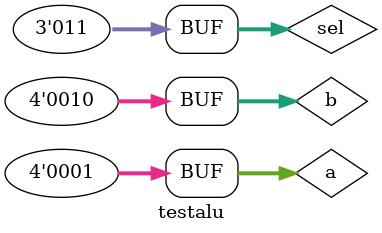
<source format=v>
`timescale 1ns / 1ps


module testalu;

	// Inputs
	reg [3:0] a;
	reg [3:0] b;
	reg [2:0] sel;

	// Outputs
	wire out;

	// Instantiate the Unit Under Test (UUT)
	ludesign uut (
		.a(a), 
		.b(b), 
		.sel(sel), 
		.out(out)
	);

	initial begin
		// Initialize Inputs
		a = 0;
		b = 2;
		sel = 0;

		// Wait 100 ns for global reset to finish
		#100;
		a = 8;
		b = 8;
		sel = 3;
        
		// Add stimulus here

	   #100;
		a = 1;
		b = 2;
		sel = 3;
	end
      
endmodule


</source>
